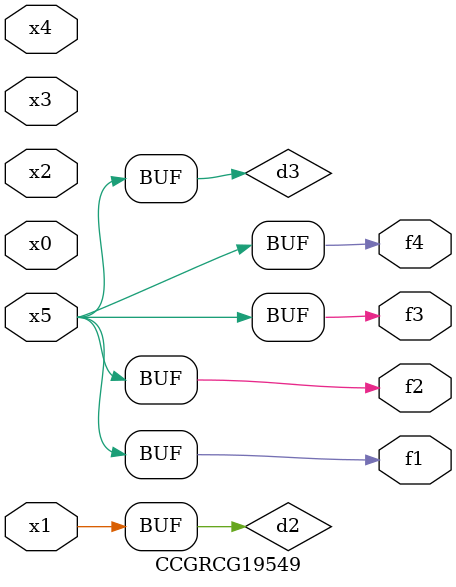
<source format=v>
module CCGRCG19549(
	input x0, x1, x2, x3, x4, x5,
	output f1, f2, f3, f4
);

	wire d1, d2, d3;

	not (d1, x5);
	or (d2, x1);
	xnor (d3, d1);
	assign f1 = d3;
	assign f2 = d3;
	assign f3 = d3;
	assign f4 = d3;
endmodule

</source>
